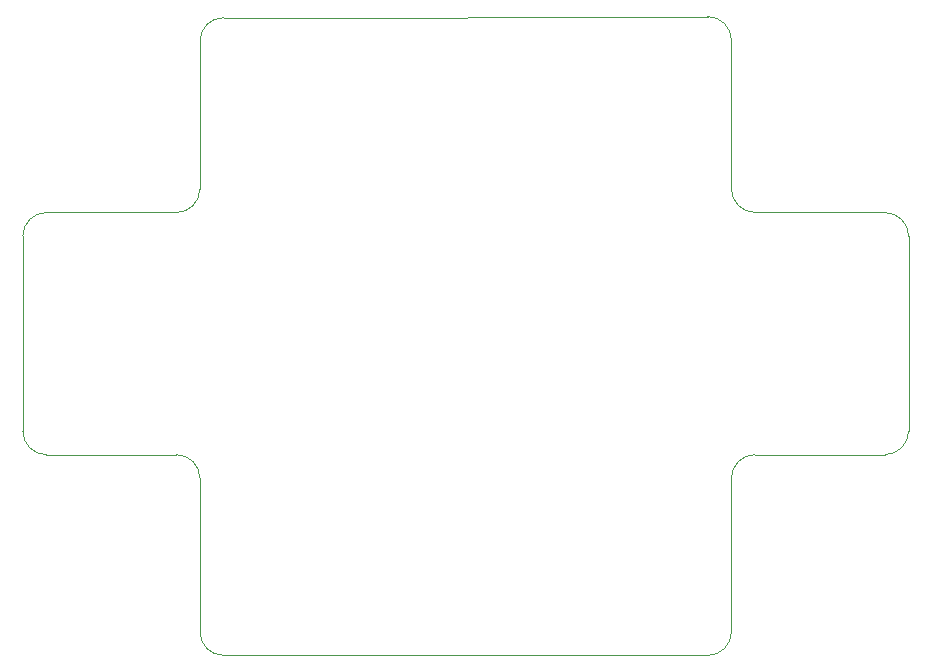
<source format=gbr>
G04 #@! TF.GenerationSoftware,KiCad,Pcbnew,6.0.7-1.fc35*
G04 #@! TF.CreationDate,2022-09-05T19:11:37-05:00*
G04 #@! TF.ProjectId,pmod-adapter,706d6f64-2d61-4646-9170-7465722e6b69,rev?*
G04 #@! TF.SameCoordinates,Original*
G04 #@! TF.FileFunction,Profile,NP*
%FSLAX46Y46*%
G04 Gerber Fmt 4.6, Leading zero omitted, Abs format (unit mm)*
G04 Created by KiCad (PCBNEW 6.0.7-1.fc35) date 2022-09-05 19:11:37*
%MOMM*%
%LPD*%
G01*
G04 APERTURE LIST*
G04 #@! TA.AperFunction,Profile*
%ADD10C,0.100000*%
G04 #@! TD*
G04 APERTURE END LIST*
D10*
X145000000Y-102000000D02*
X145000000Y-100000000D01*
X144999986Y-51914214D02*
G75*
G03*
X143000000Y-49914214I-1999986J14D01*
G01*
X100000000Y-102000000D02*
G75*
G03*
X102000000Y-104000000I2000000J0D01*
G01*
X145000000Y-62914214D02*
X145000000Y-51914214D01*
X102000000Y-50000000D02*
G75*
G03*
X100000000Y-52000000I0J-2000000D01*
G01*
X143000000Y-104000000D02*
G75*
G03*
X145000000Y-102000000I0J2000000D01*
G01*
X145000000Y-100000000D02*
X145000000Y-89000000D01*
X160000000Y-68500000D02*
X160000000Y-85000000D01*
X147000000Y-87000000D02*
X158000000Y-87000000D01*
X102000000Y-50000000D02*
X143000000Y-49914214D01*
X98000000Y-66500000D02*
G75*
G03*
X100000000Y-64500000I0J2000000D01*
G01*
X158000000Y-87000000D02*
X158000000Y-87000000D01*
X100000000Y-100000000D02*
X100000000Y-89000000D01*
X100000000Y-64500000D02*
X100000000Y-63000000D01*
X100000000Y-102000000D02*
X100000000Y-100000000D01*
X160000000Y-68500000D02*
G75*
G03*
X158000000Y-66500000I-2000000J0D01*
G01*
X87000000Y-66500000D02*
G75*
G03*
X85000000Y-68500000I0J-2000000D01*
G01*
X85000000Y-68500000D02*
X85000000Y-85000000D01*
X158000000Y-87000000D02*
G75*
G03*
X160000000Y-85000000I0J2000000D01*
G01*
X100000000Y-89000000D02*
G75*
G03*
X98000000Y-87000000I-2000000J0D01*
G01*
X147000000Y-66500000D02*
X158000000Y-66500000D01*
X147000000Y-87000000D02*
G75*
G03*
X145000000Y-89000000I0J-2000000D01*
G01*
X85000000Y-85000000D02*
G75*
G03*
X87000000Y-87000000I2000000J0D01*
G01*
X145000000Y-64500000D02*
X145000000Y-62914214D01*
X100000000Y-63000000D02*
X100000000Y-52000000D01*
X87000000Y-66500000D02*
X98000000Y-66500000D01*
X87000000Y-87000000D02*
X98000000Y-87000000D01*
X145000000Y-64500000D02*
G75*
G03*
X147000000Y-66500000I2000000J0D01*
G01*
X102000000Y-104000000D02*
X143000000Y-104000000D01*
M02*

</source>
